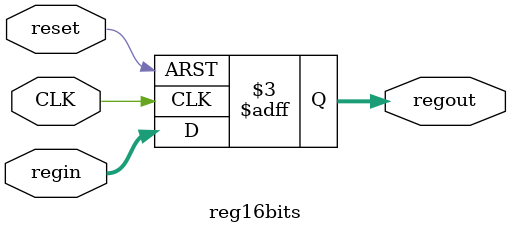
<source format=v>
module reg16bits(CLK,reset,regin,regout);

    parameter N = 16;
    input [N-1:0]regin;
    input reset,CLK;
    output reg [N-1:0]regout;

    always@(posedge CLK, posedge reset) begin
        if(reset == 1) 
            regout <= 16'b0;
        
        else begin
            regout <= regin;
        end
    end
endmodule
</source>
